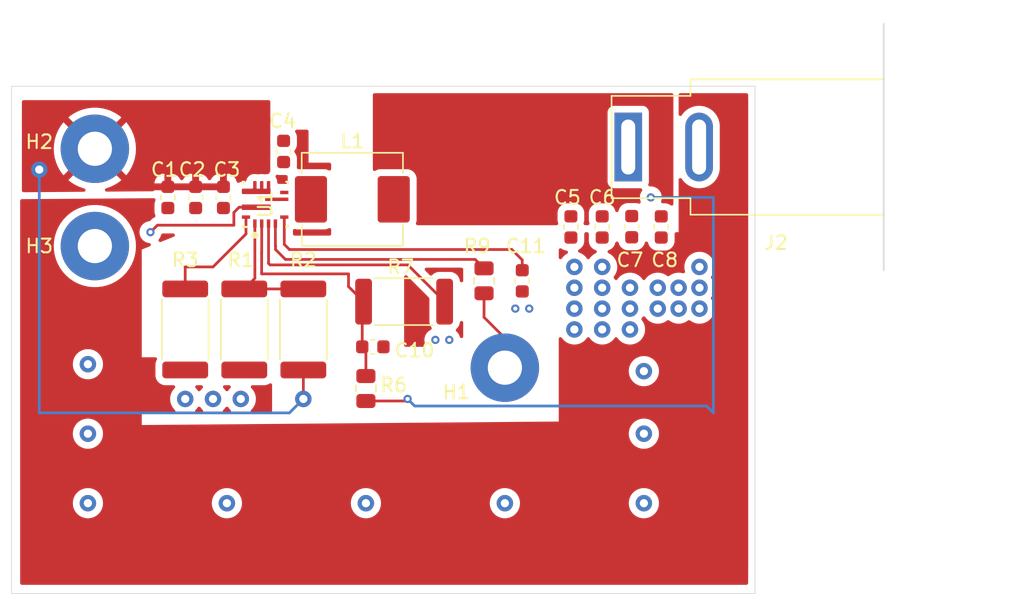
<source format=kicad_pcb>
(kicad_pcb (version 20240108) (generator "pcbnew") (generator_version "8.0")
  (layers (0 "F.Cu" mixed) (1 "In1.Cu" power) (2 "In2.Cu" power) (31 "B.Cu" mixed) (34 "B.Paste" user) (35 "F.Paste" user) (36 "B.SilkS" user "B.Silkscreen") (37 "F.SilkS" user "F.Silkscreen") (38 "B.Mask" user) (39 "F.Mask" user) (44 "Edge.Cuts" user))
  (net 0 "")
  (net 1 "GND")
  (net 2 "Net-(U1-SW)")
  (net 3 "Net-(U1-BOOT)")
  (net 4 "Net-(U1-FB)")
  (net 5 "Net-(C10-Pad1)")
  (net 6 "Net-(U1-SS)")
  (net 7 "Net-(H1-Pad1)")
  (net 8 "Net-(U1-EN)")
  (net 9 "Net-(U1-MODE)")
  (net 10 "Net-(U1-PG)")
  (net 11 "/Vin")
  (footprint "Capacitor_SMD:C_0603_1608Metric" (layer "F.Cu") (at 116.586 78.867 -90)
    (property "Reference" "C5" (at -2.159 0.254 180) (layer "F.SilkS"))
    (property "Value" "22uF")
    (fp_line (start -0.14058 0.51) (end 0.14058 0.51) (stroke (width 0.12)) (layer "F.SilkS"))
    (fp_line (start -0.14058 -0.51) (end 0.14058 -0.51) (stroke (width 0.12)) (layer "F.SilkS"))
    (pad "1" smd roundrect (at -0.775 0 270) (size 0.9 0.95) (layers "F.Cu" "F.Paste" "F.Mask") (net 5 "Net-(C10-Pad1)"))
    (pad "2" smd roundrect (at 0.775 0 270) (size 0.9 0.95) (layers "F.Cu" "F.Paste" "F.Mask") (net 1 "GND"))
  )
  (footprint "Capacitor_SMD:C_0603_1608Metric" (layer "F.Cu") (at 121.031 78.846001 -90)
    (property "Reference" "C7" (at 2.433999 0.127 180) (layer "F.SilkS"))
    (property "Value" "22uF")
    (fp_line (start -0.14058 0.51) (end 0.14058 0.51) (stroke (width 0.12)) (layer "F.SilkS"))
    (fp_line (start -0.14058 -0.51) (end 0.14058 -0.51) (stroke (width 0.12)) (layer "F.SilkS"))
    (pad "1" smd roundrect (at -0.775 0 270) (size 0.9 0.95) (layers "F.Cu" "F.Paste" "F.Mask") (net 5 "Net-(C10-Pad1)"))
    (pad "2" smd roundrect (at 0.775 0 270) (size 0.9 0.95) (layers "F.Cu" "F.Paste" "F.Mask") (net 1 "GND"))
  )
  (footprint "Capacitor_SMD:C_0603_1608Metric" (layer "F.Cu") (at 113.03 82.804 -90)
    (property "Reference" "C11" (at -2.54 -0.254 180) (layer "F.SilkS"))
    (property "Value" "47nF")
    (fp_line (start -0.14058 0.51) (end 0.14058 0.51) (stroke (width 0.12)) (layer "F.SilkS"))
    (fp_line (start -0.14058 -0.51) (end 0.14058 -0.51) (stroke (width 0.12)) (layer "F.SilkS"))
    (pad "1" smd roundrect (at -0.775 0 270) (size 0.9 0.95) (layers "F.Cu" "F.Paste" "F.Mask") (net 6 "Net-(U1-SS)"))
    (pad "2" smd roundrect (at 0.775 0 270) (size 0.9 0.95) (layers "F.Cu" "F.Paste" "F.Mask") (net 1 "GND"))
  )
  (footprint "Capacitor_SMD:C_0603_1608Metric" (layer "F.Cu") (at 89.154 76.708 -90)
    (property "Reference" "C2" (at -2.032 0.254 180) (layer "F.SilkS"))
    (property "Value" "10uF")
    (fp_line (start -0.14058 0.51) (end 0.14058 0.51) (stroke (width 0.12)) (layer "F.SilkS"))
    (fp_line (start -0.14058 -0.51) (end 0.14058 -0.51) (stroke (width 0.12)) (layer "F.SilkS"))
    (pad "1" smd roundrect (at -0.775 0 270) (size 0.9 0.95) (layers "F.Cu" "F.Paste" "F.Mask") (net 11 "/Vin"))
    (pad "2" smd roundrect (at 0.775 0 270) (size 0.9 0.95) (layers "F.Cu" "F.Paste" "F.Mask") (net 1 "GND"))
  )
  (footprint "Capacitor_SMD:C_0603_1608Metric" (layer "F.Cu") (at 91.186 76.708 -90)
    (property "Reference" "C3" (at -2.032 -0.254 180) (layer "F.SilkS"))
    (property "Value" "0.1uF")
    (fp_line (start -0.14058 0.51) (end 0.14058 0.51) (stroke (width 0.12)) (layer "F.SilkS"))
    (fp_line (start -0.14058 -0.51) (end 0.14058 -0.51) (stroke (width 0.12)) (layer "F.SilkS"))
    (pad "1" smd roundrect (at -0.775 0 270) (size 0.9 0.95) (layers "F.Cu" "F.Paste" "F.Mask") (net 11 "/Vin"))
    (pad "2" smd roundrect (at 0.775 0 270) (size 0.9 0.95) (layers "F.Cu" "F.Paste" "F.Mask") (net 1 "GND"))
  )
  (footprint "Capacitor_SMD:C_0603_1608Metric" (layer "F.Cu") (at 87.122 76.708 -90)
    (property "Reference" "C1" (at -2.032 0.254 180) (layer "F.SilkS"))
    (property "Value" "10uF")
    (fp_line (start -0.14058 0.51) (end 0.14058 0.51) (stroke (width 0.12)) (layer "F.SilkS"))
    (fp_line (start -0.14058 -0.51) (end 0.14058 -0.51) (stroke (width 0.12)) (layer "F.SilkS"))
    (pad "1" smd roundrect (at -0.775 0 270) (size 0.9 0.95) (layers "F.Cu" "F.Paste" "F.Mask") (net 11 "/Vin"))
    (pad "2" smd roundrect (at 0.775 0 270) (size 0.9 0.95) (layers "F.Cu" "F.Paste" "F.Mask") (net 1 "GND"))
  )
  (footprint "Resistor_SMD:R_2512_6332Metric" (layer "F.Cu") (at 97.028 86.36 90)
    (property "Reference" "R1" (at 5.08 -4.572 180) (layer "F.SilkS"))
    (property "Value" "115k")
    (fp_line (start -2.177064 -1.71) (end 2.177064 -1.71) (stroke (width 0.12)) (layer "F.SilkS"))
    (fp_line (start -2.177064 1.71) (end 2.177064 1.71) (stroke (width 0.12)) (layer "F.SilkS"))
    (pad "1" smd roundrect (at -2.9625 0 90) (size 1.225 3.35) (layers "F.Cu" "F.Paste" "F.Mask") (roundrect_rratio 0.204082) (net 11 "/Vin"))
    (pad "2" smd roundrect (at 2.9625 0 90) (size 1.225 3.35) (layers "F.Cu" "F.Paste" "F.Mask") (roundrect_rratio 0.204082) (net 8 "Net-(U1-EN)"))
  )
  (footprint "TPS56837HRPAR:RPA0010A-MFG" (layer "F.Cu") (at 94.234 77.216 90)
    (property "Reference" "U1" (at 0 0 90) (layer "F.SilkS"))
    (property "Value" "TPS56837HRPAR")
    (fp_poly (pts (xy 0.800001 -1.699999) (xy 0.750001 -1.649999) (xy 0.750001 0.349999) (xy 0.800001 0.399999) (xy 1.15 0.399999) (xy 1.15 0.375001) (xy 1.659999 0.375001) (xy 1.709999 0.325001) (xy 1.709999 0.175001) (xy 1.659999 0.125001) (xy 1.15 0.125001) (xy 1.15 -0.125001) (xy 1.659999 -0.125001) (xy 1.709999 -0.175001) (xy 1.709999 -0.325001) (xy 1.659999 -0.375001) (xy 1.15 -0.375001) (xy 1.15 -0.625) (xy 1.659999 -0.625) (xy 1.709999 -0.675) (xy 1.709999 -0.825) (xy 1.659999 -0.875) (xy 1.2 -0.875) (xy 1.15 -0.924999) (xy 1.15 -1.649999) (xy 1.1 -1.699999)) (fill solid) (layer "F.Cu"))
    (fp_line (start 1.529999 -1.649999) (end 1.649999 -1.649999) (stroke (width 0.15)) (layer "F.SilkS"))
    (fp_line (start -1.649999 -1.649999) (end -1.529999 -1.649999) (stroke (width 0.15)) (layer "F.SilkS"))
    (fp_line (start 1.649999 -1.525001) (end 1.649999 -1.645001) (stroke (width 0.15)) (layer "F.SilkS"))
    (fp_line (start -1.649999 -1.35) (end -1.649999 -1.649999) (stroke (width 0.15)) (layer "F.SilkS"))
    (fp_line (start -1.649999 1.649999) (end -1.649999 1.529999) (stroke (width 0.15)) (layer "F.SilkS"))
    (fp_line (start -1.649999 1.649999) (end -1.529999 1.649999) (stroke (width 0.15)) (layer "F.SilkS"))
    (fp_line (start 1.649999 1.659999) (end 1.649999 1.539999) (stroke (width 0.15)) (layer "F.SilkS"))
    (fp_line (start 1.529999 1.659999) (end 1.649999 1.659999) (stroke (width 0.15)) (layer "F.SilkS"))
    (fp_circle (center -2.250001 -0.750001) (end -2.125 -0.750001) (stroke (width 0.25)) (fill none) (layer "F.SilkS"))
    (pad "1" smd rect (at -1.4 -0.750001 90) (size 0.599999 0.249999) (layers "F.Cu" "F.Paste" "F.Mask") (net 8 "Net-(U1-EN)"))
    (pad "2" smd rect (at -1.4 -0.25 90) (size 0.599999 0.249999) (layers "F.Cu" "F.Paste" "F.Mask") (net 4 "Net-(U1-FB)"))
    (pad "3" smd rect (at -1.4 0.25 90) (size 0.599999 0.249999) (layers "F.Cu" "F.Paste" "F.Mask") (net 1 "GND"))
    (pad "4" smd rect (at -1.4 0.750001 90) (size 0.599999 0.249999) (layers "F.Cu" "F.Paste" "F.Mask") (net 10 "Net-(U1-PG)"))
    (pad "5" smd rect (at -0.930001 1.4 180) (size 0.599999 0.249999) (layers "F.Cu" "F.Paste" "F.Mask") (net 6 "Net-(U1-SS)"))
    (pad "6" smd rect (at 0.369999 0.850001 90) (size 0.249999 1.699999) (layers "F.Cu" "F.Mask") (net 2 "Net-(U1-SW)"))
    (pad "7" smd rect (at 0.870001 1.4 180) (size 0.599999 0.249999) (layers "F.Cu" "F.Paste" "F.Mask") (net 3 "Net-(U1-BOOT)"))
    (pad "8" smd circle (at 0.989998 -0.800001 90) (size 0.349905 0.349905) (layers "F.Cu" "F.Paste" "F.Mask") (net 11 "/Vin"))
    (pad "9" smd rect (at -0.21 -0.650001 90) (size 0.399999 2.100001) (layers "F.Cu" "F.Mask") (net 1 "GND"))
    (pad "10" smd rect (at -0.930001 -1.4 180) (size 0.599999 0.249999) (layers "F.Cu" "F.Paste" "F.Mask") (net 9 "Net-(U1-MODE)"))
  )
  (footprint "MountingHole:MountingHole_2.5mm_Pad" (layer "F.Cu") (at 81.788 80.264)
    (property "Reference" "H3" (at -4.064 0 0) (layer "F.SilkS"))
    (property "Value" "MountingHole_Pad")
    (pad "1" thru_hole circle (at 0 0) (size 5 5) (drill 2.5) (layers "*.Cu" "*.Mask") (net 1 "GND"))
  )
  (footprint "Connector_BarrelJack:BarrelJack_SwitchcraftConxall_RAPC10U_Horizontal" (layer "F.Cu") (at 120.777 73.025 180)
    (property "Reference" "J2" (at -10.8 -7 0) (layer "F.SilkS"))
    (property "Value" "Barrel_Jack")
    (fp_line (start 1.22 3.74) (end 1.22 -3.74) (stroke (width 0.12)) (layer "F.SilkS"))
    (fp_line (start 1.22 -3.74) (end -4.55 -3.74) (stroke (width 0.12)) (layer "F.SilkS"))
    (fp_line (start -4.55 4.945) (end -4.55 3.74) (stroke (width 0.12)) (layer "F.SilkS"))
    (fp_line (start -4.55 3.74) (end 1.22 3.74) (stroke (width 0.12)) (layer "F.SilkS"))
    (fp_line (start -4.55 -3.74) (end -4.55 -4.945) (stroke (width 0.12)) (layer "F.SilkS"))
    (fp_line (start -4.55 -4.945) (end -18.55 -4.945) (stroke (width 0.12)) (layer "F.SilkS"))
    (fp_line (start -18.55 4.945) (end -4.55 4.945) (stroke (width 0.12)) (layer "F.SilkS"))
    (fp_line (start -18.67 -9) (end -18.67 9) (stroke (width 0.12)) (layer "Edge.Cuts"))
    (pad "1" thru_hole rect (at 0 0 180) (size 2.02 5.02) (drill oval 1.02 4.02) (layers "*.Cu" "*.Mask") (net 5 "Net-(C10-Pad1)"))
    (pad "2" thru_hole oval (at -5.18 0 180) (size 2.02 5.02) (drill oval 1.02 4.02) (layers "*.Cu" "*.Mask") (net 1 "GND"))
  )
  (footprint "Inductor_SMD:L_Abracon_ASPI-0630LR" (layer "F.Cu") (at 100.609001 76.846001)
    (property "Reference" "L1" (at 0 -4.25 0) (layer "F.SilkS"))
    (property "Value" "4.7uH")
    (fp_line (start -3.7 -3.4) (end -3.7 -1.9) (stroke (width 0.12)) (layer "F.SilkS"))
    (fp_line (start -3.7 3.4) (end -3.7 1.9) (stroke (width 0.12)) (layer "F.SilkS"))
    (fp_line (start -3.7 3.4) (end 3.7 3.4) (stroke (width 0.12)) (layer "F.SilkS"))
    (fp_line (start 3.7 -3.4) (end -3.7 -3.4) (stroke (width 0.12)) (layer "F.SilkS"))
    (fp_line (start 3.7 -3.4) (end 3.7 -1.9) (stroke (width 0.12)) (layer "F.SilkS"))
    (fp_line (start 3.7 3.4) (end 3.7 1.9) (stroke (width 0.12)) (layer "F.SilkS"))
    (pad "1" smd roundrect (at -3.025 0) (size 2.35 3.4) (layers "F.Cu" "F.Paste" "F.Mask") (roundrect_rratio 0.1) (net 2 "Net-(U1-SW)"))
    (pad "2" smd roundrect (at 3.025 0) (size 2.35 3.4) (layers "F.Cu" "F.Paste" "F.Mask") (roundrect_rratio 0.1) (net 5 "Net-(C10-Pad1)"))
  )
  (footprint "Capacitor_SMD:C_0603_1608Metric" (layer "F.Cu") (at 102.108 87.63 180)
    (property "Reference" "C10" (at -3.048 -0.254 0) (layer "F.SilkS"))
    (property "Value" "150pF")
    (fp_line (start -0.14058 0.51) (end 0.14058 0.51) (stroke (width 0.12)) (layer "F.SilkS"))
    (fp_line (start -0.14058 -0.51) (end 0.14058 -0.51) (stroke (width 0.12)) (layer "F.SilkS"))
    (pad "1" smd roundrect (at -0.775 0 180) (size 0.9 0.95) (layers "F.Cu" "F.Paste" "F.Mask") (net 5 "Net-(C10-Pad1)"))
    (pad "2" smd roundrect (at 0.775 0 180) (size 0.9 0.95) (layers "F.Cu" "F.Paste" "F.Mask") (net 4 "Net-(U1-FB)"))
  )
  (footprint "MountingHole:MountingHole_2.5mm_Pad" (layer "F.Cu") (at 111.76 89.154)
    (property "Reference" "H1" (at -3.556 1.778 0) (layer "F.SilkS"))
    (property "Value" "MountingHole_Pad")
    (pad "1" thru_hole circle (at 0 0) (size 5 5) (drill 2.5) (layers "*.Cu" "*.Mask") (net 7 "Net-(H1-Pad1)"))
  )
  (footprint "Resistor_SMD:R_0805_2012Metric" (layer "F.Cu") (at 110.236 82.804 -90)
    (property "Reference" "R9" (at -2.54 0.508 180) (layer "F.SilkS"))
    (property "Value" "100k")
    (fp_line (start -0.227064 0.735) (end 0.227064 0.735) (stroke (width 0.12)) (layer "F.SilkS"))
    (fp_line (start -0.227064 -0.735) (end 0.227064 -0.735) (stroke (width 0.12)) (layer "F.SilkS"))
    (pad "1" smd roundrect (at -0.9125 0 270) (size 1.025 1.4) (layers "F.Cu" "F.Paste" "F.Mask") (roundrect_rratio 0.243902) (net 10 "Net-(U1-PG)"))
    (pad "2" smd roundrect (at 0.9125 0 270) (size 1.025 1.4) (layers "F.Cu" "F.Paste" "F.Mask") (roundrect_rratio 0.243902) (net 7 "Net-(H1-Pad1)"))
  )
  (footprint "MountingHole:MountingHole_2.5mm_Pad" (layer "F.Cu") (at 81.788 73.152)
    (property "Reference" "H2" (at -4.064 -0.508 0) (layer "F.SilkS"))
    (property "Value" "MountingHole_Pad")
    (pad "1" thru_hole circle (at 0 0) (size 5 5) (drill 2.5) (layers "*.Cu" "*.Mask") (net 11 "/Vin"))
  )
  (footprint "Capacitor_SMD:C_0603_1608Metric" (layer "F.Cu") (at 118.872 78.867 -90)
    (property "Reference" "C6" (at -2.159 0 180) (layer "F.SilkS"))
    (property "Value" "22uF")
    (fp_line (start -0.14058 0.51) (end 0.14058 0.51) (stroke (width 0.12)) (layer "F.SilkS"))
    (fp_line (start -0.14058 -0.51) (end 0.14058 -0.51) (stroke (width 0.12)) (layer "F.SilkS"))
    (pad "1" smd roundrect (at -0.775 0 270) (size 0.9 0.95) (layers "F.Cu" "F.Paste" "F.Mask") (net 5 "Net-(C10-Pad1)"))
    (pad "2" smd roundrect (at 0.775 0 270) (size 0.9 0.95) (layers "F.Cu" "F.Paste" "F.Mask") (net 1 "GND"))
  )
  (footprint "Resistor_SMD:R_2512_6332Metric" (layer "F.Cu") (at 92.71 86.36 -90)
    (property "Reference" "R2" (at -5.08 -4.318 180) (layer "F.SilkS"))
    (property "Value" "6k81")
    (fp_line (start -2.177064 1.71) (end 2.177064 1.71) (stroke (width 0.12)) (layer "F.SilkS"))
    (fp_line (start -2.177064 -1.71) (end 2.177064 -1.71) (stroke (width 0.12)) (layer "F.SilkS"))
    (pad "1" smd roundrect (at -2.9625 0 270) (size 1.225 3.35) (layers "F.Cu" "F.Paste" "F.Mask") (roundrect_rratio 0.204082) (net 8 "Net-(U1-EN)"))
    (pad "2" smd roundrect (at 2.9625 0 270) (size 1.225 3.35) (layers "F.Cu" "F.Paste" "F.Mask") (roundrect_rratio 0.204082) (net 1 "GND"))
  )
  (footprint "Resistor_SMD:R_0805_2012Metric" (layer "F.Cu") (at 101.6 90.678 -90)
    (property "Reference" "R6" (at -0.254 -2.032 180) (layer "F.SilkS"))
    (property "Value" "30k")
    (fp_line (start -0.227064 0.735) (end 0.227064 0.735) (stroke (width 0.12)) (layer "F.SilkS"))
    (fp_line (start -0.227064 -0.735) (end 0.227064 -0.735) (stroke (width 0.12)) (layer "F.SilkS"))
    (pad "1" smd roundrect (at -0.9125 0 270) (size 1.025 1.4) (layers "F.Cu" "F.Paste" "F.Mask") (roundrect_rratio 0.243902) (net 4 "Net-(U1-FB)"))
    (pad "2" smd roundrect (at 0.9125 0 270) (size 1.025 1.4) (layers "F.Cu" "F.Paste" "F.Mask") (roundrect_rratio 0.243902) (net 5 "Net-(C10-Pad1)"))
  )
  (footprint "Capacitor_SMD:C_0603_1608Metric" (layer "F.Cu") (at 95.584001 73.346001 -90)
    (property "Reference" "C4" (at -2.226001 0.080001 180) (layer "F.SilkS"))
    (property "Value" "0.1uF")
    (fp_line (start -0.14058 0.51) (end 0.14058 0.51) (stroke (width 0.12)) (layer "F.SilkS"))
    (fp_line (start -0.14058 -0.51) (end 0.14058 -0.51) (stroke (width 0.12)) (layer "F.SilkS"))
    (pad "1" smd roundrect (at -0.775 0 270) (size 0.9 0.95) (layers "F.Cu" "F.Paste" "F.Mask") (net 3 "Net-(U1-BOOT)"))
    (pad "2" smd roundrect (at 0.775 0 270) (size 0.9 0.95) (layers "F.Cu" "F.Paste" "F.Mask") (net 2 "Net-(U1-SW)"))
  )
  (footprint "Resistor_SMD:R_2512_6332Metric" (layer "F.Cu") (at 88.392 86.36 -90)
    (property "Reference" "R3" (at -5.08 0 180) (layer "F.SilkS"))
    (property "Value" "52k3")
    (fp_line (start -2.177064 1.71) (end 2.177064 1.71) (stroke (width 0.12)) (layer "F.SilkS"))
    (fp_line (start -2.177064 -1.71) (end 2.177064 -1.71) (stroke (width 0.12)) (layer "F.SilkS"))
    (pad "1" smd roundrect (at -2.9625 0 270) (size 1.225 3.35) (layers "F.Cu" "F.Paste" "F.Mask") (roundrect_rratio 0.204082) (net 9 "Net-(U1-MODE)"))
    (pad "2" smd roundrect (at 2.9625 0 270) (size 1.225 3.35) (layers "F.Cu" "F.Paste" "F.Mask") (roundrect_rratio 0.204082) (net 1 "GND"))
  )
  (footprint "Resistor_SMD:R_2512_6332Metric" (layer "F.Cu") (at 104.394 84.328 180)
    (property "Reference" "R7" (at 0.254 2.54 0) (layer "F.SilkS"))
    (property "Value" "976")
    (fp_line (start -2.177064 1.71) (end 2.177064 1.71) (stroke (width 0.12)) (layer "F.SilkS"))
    (fp_line (start -2.177064 -1.71) (end 2.177064 -1.71) (stroke (width 0.12)) (layer "F.SilkS"))
    (pad "1" smd roundrect (at -2.9625 0 180) (size 1.225 3.35) (layers "F.Cu" "F.Paste" "F.Mask") (roundrect_rratio 0.204082) (net 1 "GND"))
    (pad "2" smd roundrect (at 2.9625 0 180) (size 1.225 3.35) (layers "F.Cu" "F.Paste" "F.Mask") (roundrect_rratio 0.204082) (net 4 "Net-(U1-FB)"))
  )
  (footprint "Capacitor_SMD:C_0603_1608Metric" (layer "F.Cu") (at 123.19 78.867 -90)
    (property "Reference" "C8" (at 2.413 -0.254 180) (layer "F.SilkS"))
    (property "Value" "22uF")
    (fp_line (start -0.14058 0.51) (end 0.14058 0.51) (stroke (width 0.12)) (layer "F.SilkS"))
    (fp_line (start -0.14058 -0.51) (end 0.14058 -0.51) (stroke (width 0.12)) (layer "F.SilkS"))
    (pad "1" smd roundrect (at -0.775 0 270) (size 0.9 0.95) (layers "F.Cu" "F.Paste" "F.Mask") (net 5 "Net-(C10-Pad1)"))
    (pad "2" smd roundrect (at 0.775 0 270) (size 0.9 0.95) (layers "F.Cu" "F.Paste" "F.Mask") (net 1 "GND"))
  )
  (gr_rect (start 75.692 68.58) (end 130.048 105.664) (stroke (width 0.05)) (fill none) (layer "Edge.Cuts"))
  (via (at 122.936 83.312) (size 1.2) (drill 0.6) (layers "F.Cu" "B.Cu") (net 0))
  (via (at 121.92 93.98) (size 1.2) (drill 0.6) (layers "F.Cu" "B.Cu") (net 0))
  (via (at 90.424 91.44) (size 1.2) (drill 0.6) (layers "F.Cu" "B.Cu") (net 0))
  (via (at 121.92 89.408) (size 1.2) (drill 0.6) (layers "F.Cu" "B.Cu") (net 0))
  (via (at 120.904 84.836) (size 1.2) (drill 0.6) (layers "F.Cu" "B.Cu") (net 0))
  (via (at 111.76 99.06) (size 1.2) (drill 0.6) (layers "F.Cu" "B.Cu") (net 0))
  (via (at 125.984 83.312) (size 1.2) (drill 0.6) (layers "F.Cu" "B.Cu") (net 0))
  (via (at 113.538 84.836) (size 0.6) (drill 0.3) (layers "F.Cu" "B.Cu") (net 0))
  (via (at 101.6 99.06) (size 1.2) (drill 0.6) (layers "F.Cu" "B.Cu") (net 0))
  (via (at 118.872 81.788) (size 1.2) (drill 0.6) (layers "F.Cu" "B.Cu") (net 0))
  (via (at 81.28 88.9) (size 1.2) (drill 0.6) (layers "F.Cu" "B.Cu") (net 0))
  (via (at 88.392 91.44) (size 1.2) (drill 0.6) (layers "F.Cu" "B.Cu") (net 0))
  (via (at 125.984 84.836) (size 1.2) (drill 0.6) (layers "F.Cu" "B.Cu") (net 0))
  (via (at 116.84 86.36) (size 1.2) (drill 0.6) (layers "F.Cu" "B.Cu") (net 0))
  (via (at 116.84 83.312) (size 1.2) (drill 0.6) (layers "F.Cu" "B.Cu") (net 0))
  (via (at 124.46 83.312) (size 1.2) (drill 0.6) (layers "F.Cu" "B.Cu") (net 0))
  (via (at 81.28 99.06) (size 1.2) (drill 0.6) (layers "F.Cu" "B.Cu") (net 0))
  (via (at 107.696 87.122) (size 0.6) (drill 0.3) (layers "F.Cu" "B.Cu") (net 0))
  (via (at 116.84 81.788) (size 1.2) (drill 0.6) (layers "F.Cu" "B.Cu") (net 0))
  (via (at 118.872 84.836) (size 1.2) (drill 0.6) (layers "F.Cu" "B.Cu") (net 0))
  (via (at 118.872 86.36) (size 1.2) (drill 0.6) (layers "F.Cu" "B.Cu") (net 0))
  (via (at 92.456 91.44) (size 1.2) (drill 0.6) (layers "F.Cu" "B.Cu") (net 0))
  (via (at 120.904 86.36) (size 1.2) (drill 0.6) (layers "F.Cu" "B.Cu") (net 0))
  (via (at 106.68 87.122) (size 0.6) (drill 0.3) (layers "F.Cu" "B.Cu") (net 0))
  (via (at 116.84 84.836) (size 1.2) (drill 0.6) (layers "F.Cu" "B.Cu") (net 0))
  (via (at 121.92 99.06) (size 1.2) (drill 0.6) (layers "F.Cu" "B.Cu") (net 0))
  (via (at 120.904 83.312) (size 1.2) (drill 0.6) (layers "F.Cu" "B.Cu") (net 0))
  (via (at 124.46 84.836) (size 1.2) (drill 0.6) (layers "F.Cu" "B.Cu") (net 0))
  (via (at 91.44 99.06) (size 1.2) (drill 0.6) (layers "F.Cu" "B.Cu") (net 0))
  (via (at 125.984 81.788) (size 1.2) (drill 0.6) (layers "F.Cu" "B.Cu") (net 0))
  (via (at 122.936 84.836) (size 1.2) (drill 0.6) (layers "F.Cu" "B.Cu") (net 0))
  (via (at 118.872 83.312) (size 1.2) (drill 0.6) (layers "F.Cu" "B.Cu") (net 0))
  (via (at 112.522 84.836) (size 0.6) (drill 0.3) (layers "F.Cu" "B.Cu") (net 0))
  (via (at 81.28 93.98) (size 1.2) (drill 0.6) (layers "F.Cu" "B.Cu") (net 0))
  (segment (start 92.333999 77.426) (end 91.948 77.811999) (width 0.2) (layer "F.Cu") (net 1))
  (segment (start 107.3565 84.328) (end 104.6695 81.641) (width 0.2) (layer "F.Cu") (net 1))
  (segment (start 91.948 78.74) (end 89.408 78.74) (width 0.2) (layer "F.Cu") (net 1))
  (segment (start 94.595 81.641) (end 94.484 81.53) (width 0.2) (layer "F.Cu") (net 1))
  (segment (start 89.408 78.74) (end 86.36 78.74) (width 0.2) (layer "F.Cu") (net 1))
  (segment (start 104.6695 81.641) (end 94.595 81.641) (width 0.2) (layer "F.Cu") (net 1))
  (segment (start 93.583999 77.426) (end 92.333999 77.426) (width 0.2) (layer "F.Cu") (net 1))
  (segment (start 94.484 81.53) (end 94.484 78.616) (width 0.2) (layer "F.Cu") (net 1))
  (segment (start 86.36 78.74) (end 85.852 79.248) (width 0.2) (layer "F.Cu") (net 1))
  (segment (start 91.948 77.811999) (end 91.948 78.74) (width 0.2) (layer "F.Cu") (net 1))
  (via (at 85.852 79.248) (size 0.6) (drill 0.3) (layers "F.Cu" "B.Cu") (net 1))
  (segment (start 101.4315 84.328) (end 100.33 83.2265) (width 0.2) (layer "F.Cu") (net 4))
  (segment (start 101.333 84.4265) (end 101.4315 84.328) (width 0.2) (layer "F.Cu") (net 4))
  (segment (start 93.984 80.772) (end 93.984 78.616) (width 0.2) (layer "F.Cu") (net 4))
  (segment (start 101.6 89.7655) (end 101.6 87.897) (width 0.2) (layer "F.Cu") (net 4))
  (segment (start 93.98 80.776) (end 93.98 82.296) (width 0.2) (layer "F.Cu") (net 4))
  (segment (start 101.333 87.63) (end 101.333 84.4265) (width 0.2) (layer "F.Cu") (net 4))
  (segment (start 100.33 82.296) (end 93.98 82.296) (width 0.2) (layer "F.Cu") (net 4))
  (segment (start 93.984 80.772) (end 93.98 80.776) (width 0.2) (layer "F.Cu") (net 4))
  (segment (start 101.6 87.897) (end 101.333 87.63) (width 0.2) (layer "F.Cu") (net 4))
  (segment (start 100.33 83.2265) (end 100.33 82.296) (width 0.2) (layer "F.Cu") (net 4))
  (segment (start 104.4975 91.5905) (end 104.648 91.44) (width 0.2) (layer "F.Cu") (net 5))
  (segment (start 101.6 91.5905) (end 104.4975 91.5905) (width 0.2) (layer "F.Cu") (net 5))
  (via (at 122.428 76.708) (size 0.6) (drill 0.3) (layers "F.Cu" "B.Cu") (net 5))
  (via (at 104.648 91.44) (size 0.6) (drill 0.3) (layers "F.Cu" "B.Cu") (net 5))
  (segment (start 105.162 91.954) (end 126.498 91.954) (width 0.2) (layer "B.Cu") (net 5))
  (segment (start 127 76.708) (end 122.428 76.708) (width 0.2) (layer "B.Cu") (net 5))
  (segment (start 127 92.456) (end 127 76.708) (width 0.2) (layer "B.Cu") (net 5))
  (segment (start 104.648 91.44) (end 105.162 91.954) (width 0.2) (layer "B.Cu") (net 5))
  (segment (start 126.498 91.954) (end 127 92.456) (width 0.2) (layer "B.Cu") (net 5))
  (segment (start 96.012 80.518) (end 95.634 80.14) (width 0.2) (layer "F.Cu") (net 6))
  (segment (start 112.268 80.518) (end 96.012 80.518) (width 0.2) (layer "F.Cu") (net 6))
  (segment (start 95.634 80.14) (end 95.634 78.146001) (width 0.2) (layer "F.Cu") (net 6))
  (segment (start 113.03 82.029) (end 113.03 81.28) (width 0.2) (layer "F.Cu") (net 6))
  (segment (start 113.03 81.28) (end 112.268 80.518) (width 0.2) (layer "F.Cu") (net 6))
  (segment (start 111.76 89.154) (end 111.76 86.995) (width 0.2) (layer "F.Cu") (net 7))
  (segment (start 110.236 83.7165) (end 110.236 85.471) (width 0.2) (layer "F.Cu") (net 7))
  (segment (start 111.76 86.995) (end 110.236 85.471) (width 0.2) (layer "F.Cu") (net 7))
  (segment (start 97.028 83.3975) (end 92.71 83.3975) (width 0.2) (layer "F.Cu") (net 8))
  (segment (start 93.483999 82.623501) (end 93.483999 78.616) (width 0.2) (layer "F.Cu") (net 8))
  (segment (start 92.71 83.3975) (end 93.483999 82.623501) (width 0.2) (layer "F.Cu") (net 8))
  (segment (start 92.834 78.146001) (end 92.834 79.378) (width 0.2) (layer "F.Cu") (net 9))
  (segment (start 88.392 83.3975) (end 88.392 81.788) (width 0.2) (layer "F.Cu") (net 9))
  (segment (start 92.834 79.378) (end 90.424 81.788) (width 0.2) (layer "F.Cu") (net 9))
  (segment (start 88.392 81.788) (end 90.424 81.788) (width 0.2) (layer "F.Cu") (net 9))
  (segment (start 94.984001 80.252001) (end 94.984001 78.616) (width 0.2) (layer "F.Cu") (net 10))
  (segment (start 109.5855 81.241) (end 95.719 81.241) (width 0.2) (layer "F.Cu") (net 10))
  (segment (start 94.996 80.264) (end 94.984001 80.252001) (width 0.2) (layer "F.Cu") (net 10))
  (segment (start 110.236 81.8915) (end 109.5855 81.241) (width 0.2) (layer "F.Cu") (net 10))
  (segment (start 95.719 81.241) (end 94.996 80.518) (width 0.2) (layer "F.Cu") (net 10))
  (segment (start 94.996 80.518) (end 94.996 80.264) (width 0.2) (layer "F.Cu") (net 10))
  (segment (start 97.028 89.3225) (end 97.028 91.44) (width 0.2) (layer "F.Cu") (net 11))
  (via (at 77.724 74.676) (size 1.2) (drill 0.6) (layers "F.Cu" "B.Cu") (net 11))
  (via (at 97.028 91.44) (size 1.2) (drill 0.6) (layers "F.Cu" "B.Cu") (net 11))
  (segment (start 97.028 91.44) (end 96.012 92.456) (width 0.2) (layer "B.Cu") (net 11))
  (segment (start 77.724 92.456) (end 77.724 74.676) (width 0.2) (layer "B.Cu") (net 11))
  (segment (start 96.012 92.456) (end 77.724 92.456) (width 0.2) (layer "B.Cu") (net 11))
  (zone (net 11) (net_name "/Vin") (layer "F.Cu") (connect_pads (clearance 0.5)) (min_thickness 0.25) (fill yes (thermal_gap 0.5) (thermal_bridge_width 0.5))
    (polygon (pts (xy 94.615 76.581) (xy 94.615 69.596) (xy 76.454 69.596) (xy 76.454 76.581)))
  )
  (zone (net 0) (net_name "") (layer "F.Cu") (name "AGND") (priority 3) (connect_pads (clearance 0.5)) (min_thickness 0.25) (fill yes (thermal_gap 0.5) (thermal_bridge_width 0.5) (island_removal_mode 1) (island_area_min 10))
    (polygon (pts (xy 104.394 81.788) (xy 104.394 87.63) (xy 108.712 87.63) (xy 108.712 81.788)))
  )
  (zone (net 0) (net_name "") (layer "F.Cu") (name "Vout") (priority 5) (connect_pads (clearance 0.5)) (min_thickness 0.25) (fill yes (thermal_gap 0.5) (thermal_bridge_width 0.5) (island_removal_mode 1) (island_area_min 10))
    (polygon (pts (xy 93.853 76.708) (xy 93.98 77.089) (xy 94.615 77.216) (xy 94.615 77.724) (xy 92.202 77.724) (xy 85.217 80.518) (xy 85.217 88.392) (xy 85.217 88.392) (xy 86.106 88.392) (xy 86.106 88.392) (xy 94.742 88.392) (xy 94.742 92.456) (xy 85.217 92.456) (xy 85.217 93.345) (xy 115.697 93.091) (xy 115.697 79.248) (xy 124.46 79.248) (xy 124.46 69.088) (xy 129.54 69.088) (xy 129.667 78.867) (xy 129.54 105.029) (xy 76.327 105.029) (xy 76.327 76.835)))
  )
  (zone (net 0) (net_name "") (layer "F.Cu") (name "Vout") (priority 1) (connect_pads (clearance 0.5)) (min_thickness 0.25) (fill yes (thermal_gap 0.5) (thermal_bridge_width 0.5) (island_removal_mode 1) (island_area_min 10))
    (polygon (pts (xy 102.108 78.74) (xy 124.079 78.74) (xy 124.079 75.565) (xy 124.079 69.088) (xy 112.903 69.088) (xy 102.108 69.088) (xy 102.108 78.613)))
  )
  (zone (net 0) (net_name "") (layer "F.Cu") (name "Vout") (priority 6) (connect_pads (clearance 0.5)) (min_thickness 0.25) (fill yes (thermal_gap 0.5) (thermal_bridge_width 0.5) (island_removal_mode 1) (island_area_min 10))
    (polygon (pts (xy 94.234 76.962) (xy 94.234 76.708) (xy 96.266 76.708) (xy 96.266 73.279) (xy 94.869 73.279) (xy 94.869 71.755) (xy 97.409 71.755) (xy 97.409 74.168) (xy 99.06 74.168) (xy 99.06 79.502) (xy 96.266 79.502) (xy 96.266 77.597) (xy 95.123 77.597) (xy 95.123 77.089)))
  )
  (zone (net 0) (net_name "") (layer "F.Cu") (name "Vout") (priority 7) (connect_pads (clearance 0.5)) (min_thickness 0.25) (fill yes (thermal_gap 0.5) (thermal_bridge_width 0.5) (island_removal_mode 1) (island_area_min 10))
    (polygon (pts (xy 95.885 76.454) (xy 95.885 74.676) (xy 96.012 74.676) (xy 96.012 73.533) (xy 94.996 73.533) (xy 94.996 76.454)))
  )
)
</source>
